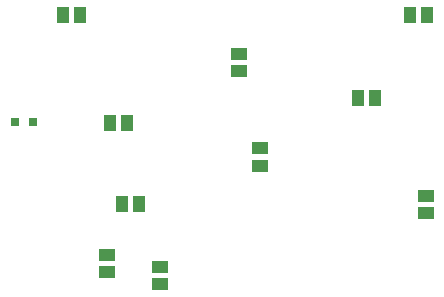
<source format=gtp>
G04*
G04 #@! TF.GenerationSoftware,Altium Limited,Altium Designer,24.1.2 (44)*
G04*
G04 Layer_Color=8421504*
%FSLAX44Y44*%
%MOMM*%
G71*
G04*
G04 #@! TF.SameCoordinates,213EFF85-FE73-46F0-9486-E91859054EE2*
G04*
G04*
G04 #@! TF.FilePolarity,Positive*
G04*
G01*
G75*
%ADD15R,1.3562X1.0546*%
%ADD16R,1.0546X1.3562*%
%ADD17R,0.8000X0.8000*%
D15*
X322000Y222742D02*
D03*
Y237258D02*
D03*
X255000Y57258D02*
D03*
Y42742D02*
D03*
X210000Y52742D02*
D03*
Y67258D02*
D03*
X480000Y102742D02*
D03*
Y117258D02*
D03*
X340000Y157258D02*
D03*
Y142742D02*
D03*
D16*
X422500Y200000D02*
D03*
X437016D02*
D03*
X466742Y270000D02*
D03*
X481258D02*
D03*
X222742Y110000D02*
D03*
X237258D02*
D03*
X212742Y178500D02*
D03*
X227258D02*
D03*
X187258Y270000D02*
D03*
X172742D02*
D03*
D17*
X132500Y180000D02*
D03*
X147500D02*
D03*
M02*

</source>
